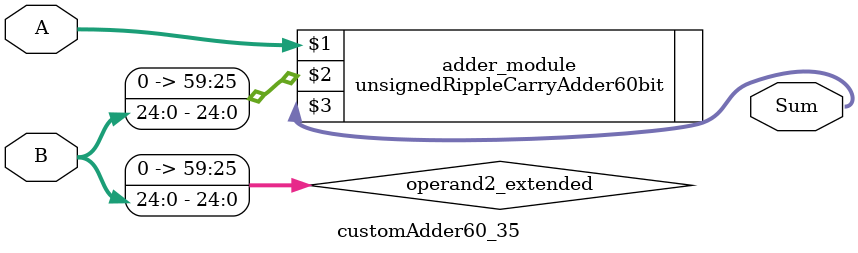
<source format=v>
module customAdder60_35(
                        input [59 : 0] A,
                        input [24 : 0] B,
                        
                        output [60 : 0] Sum
                );

        wire [59 : 0] operand2_extended;
        
        assign operand2_extended =  {35'b0, B};
        
        unsignedRippleCarryAdder60bit adder_module(
            A,
            operand2_extended,
            Sum
        );
        
        endmodule
        
</source>
